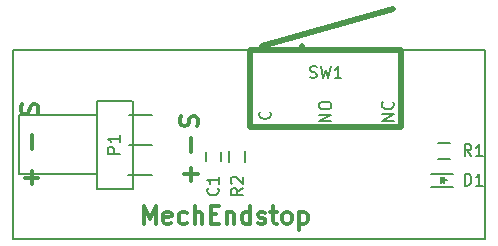
<source format=gto>
G04 #@! TF.FileFunction,Legend,Top*
%FSLAX46Y46*%
G04 Gerber Fmt 4.6, Leading zero omitted, Abs format (unit mm)*
G04 Created by KiCad (PCBNEW 4.0.2-stable) date 28/05/2016 23:34:47*
%MOMM*%
G01*
G04 APERTURE LIST*
%ADD10C,0.100000*%
%ADD11C,0.300000*%
%ADD12C,0.150000*%
%ADD13C,0.500000*%
%ADD14C,0.203200*%
G04 APERTURE END LIST*
D10*
D11*
X15107143Y4928572D02*
X15107143Y6071429D01*
X15678571Y5500000D02*
X14535714Y5500000D01*
X15107143Y7428572D02*
X15107143Y8571429D01*
X15607143Y9571429D02*
X15678571Y9785715D01*
X15678571Y10142858D01*
X15607143Y10285715D01*
X15535714Y10357144D01*
X15392857Y10428572D01*
X15250000Y10428572D01*
X15107143Y10357144D01*
X15035714Y10285715D01*
X14964286Y10142858D01*
X14892857Y9857144D01*
X14821429Y9714286D01*
X14750000Y9642858D01*
X14607143Y9571429D01*
X14464286Y9571429D01*
X14321429Y9642858D01*
X14250000Y9714286D01*
X14178571Y9857144D01*
X14178571Y10214286D01*
X14250000Y10428572D01*
X1607143Y4642858D02*
X1607143Y5785715D01*
X2178571Y5214286D02*
X1035714Y5214286D01*
X1607143Y7642858D02*
X1607143Y8785715D01*
X2107143Y10571429D02*
X2178571Y10785715D01*
X2178571Y11142858D01*
X2107143Y11285715D01*
X2035714Y11357144D01*
X1892857Y11428572D01*
X1750000Y11428572D01*
X1607143Y11357144D01*
X1535714Y11285715D01*
X1464286Y11142858D01*
X1392857Y10857144D01*
X1321429Y10714286D01*
X1250000Y10642858D01*
X1107143Y10571429D01*
X964286Y10571429D01*
X821429Y10642858D01*
X750000Y10714286D01*
X678571Y10857144D01*
X678571Y11214286D01*
X750000Y11428572D01*
X11107143Y1321429D02*
X11107143Y2821429D01*
X11607143Y1750000D01*
X12107143Y2821429D01*
X12107143Y1321429D01*
X13392857Y1392857D02*
X13250000Y1321429D01*
X12964286Y1321429D01*
X12821429Y1392857D01*
X12750000Y1535714D01*
X12750000Y2107143D01*
X12821429Y2250000D01*
X12964286Y2321429D01*
X13250000Y2321429D01*
X13392857Y2250000D01*
X13464286Y2107143D01*
X13464286Y1964286D01*
X12750000Y1821429D01*
X14750000Y1392857D02*
X14607143Y1321429D01*
X14321429Y1321429D01*
X14178571Y1392857D01*
X14107143Y1464286D01*
X14035714Y1607143D01*
X14035714Y2035714D01*
X14107143Y2178571D01*
X14178571Y2250000D01*
X14321429Y2321429D01*
X14607143Y2321429D01*
X14750000Y2250000D01*
X15392857Y1321429D02*
X15392857Y2821429D01*
X16035714Y1321429D02*
X16035714Y2107143D01*
X15964285Y2250000D01*
X15821428Y2321429D01*
X15607143Y2321429D01*
X15464285Y2250000D01*
X15392857Y2178571D01*
X16750000Y2107143D02*
X17250000Y2107143D01*
X17464286Y1321429D02*
X16750000Y1321429D01*
X16750000Y2821429D01*
X17464286Y2821429D01*
X18107143Y2321429D02*
X18107143Y1321429D01*
X18107143Y2178571D02*
X18178571Y2250000D01*
X18321429Y2321429D01*
X18535714Y2321429D01*
X18678571Y2250000D01*
X18750000Y2107143D01*
X18750000Y1321429D01*
X20107143Y1321429D02*
X20107143Y2821429D01*
X20107143Y1392857D02*
X19964286Y1321429D01*
X19678572Y1321429D01*
X19535714Y1392857D01*
X19464286Y1464286D01*
X19392857Y1607143D01*
X19392857Y2035714D01*
X19464286Y2178571D01*
X19535714Y2250000D01*
X19678572Y2321429D01*
X19964286Y2321429D01*
X20107143Y2250000D01*
X20750000Y1392857D02*
X20892857Y1321429D01*
X21178572Y1321429D01*
X21321429Y1392857D01*
X21392857Y1535714D01*
X21392857Y1607143D01*
X21321429Y1750000D01*
X21178572Y1821429D01*
X20964286Y1821429D01*
X20821429Y1892857D01*
X20750000Y2035714D01*
X20750000Y2107143D01*
X20821429Y2250000D01*
X20964286Y2321429D01*
X21178572Y2321429D01*
X21321429Y2250000D01*
X21821429Y2321429D02*
X22392858Y2321429D01*
X22035715Y2821429D02*
X22035715Y1535714D01*
X22107143Y1392857D01*
X22250001Y1321429D01*
X22392858Y1321429D01*
X23107144Y1321429D02*
X22964286Y1392857D01*
X22892858Y1464286D01*
X22821429Y1607143D01*
X22821429Y2035714D01*
X22892858Y2178571D01*
X22964286Y2250000D01*
X23107144Y2321429D01*
X23321429Y2321429D01*
X23464286Y2250000D01*
X23535715Y2178571D01*
X23607144Y2035714D01*
X23607144Y1607143D01*
X23535715Y1464286D01*
X23464286Y1392857D01*
X23321429Y1321429D01*
X23107144Y1321429D01*
X24250001Y2321429D02*
X24250001Y821429D01*
X24250001Y2250000D02*
X24392858Y2321429D01*
X24678572Y2321429D01*
X24821429Y2250000D01*
X24892858Y2178571D01*
X24964287Y2035714D01*
X24964287Y1607143D01*
X24892858Y1464286D01*
X24821429Y1392857D01*
X24678572Y1321429D01*
X24392858Y1321429D01*
X24250001Y1392857D01*
D12*
X0Y16000000D02*
X0Y0D01*
X40000000Y16000000D02*
X0Y16000000D01*
X40000000Y0D02*
X40000000Y16000000D01*
X0Y0D02*
X40000000Y0D01*
X17600000Y7350000D02*
X17600000Y6650000D01*
X16400000Y6650000D02*
X16400000Y7350000D01*
X35400000Y4450000D02*
X37300000Y4450000D01*
X35400000Y5550000D02*
X37300000Y5550000D01*
X36300000Y5000000D02*
X36750000Y5000000D01*
X36250000Y5250000D02*
X36250000Y4750000D01*
X36250000Y5000000D02*
X36500000Y5250000D01*
X36500000Y5250000D02*
X36500000Y4750000D01*
X36500000Y4750000D02*
X36250000Y5000000D01*
X37000000Y6825000D02*
X36000000Y6825000D01*
X36000000Y8175000D02*
X37000000Y8175000D01*
X19675000Y7500000D02*
X19675000Y6500000D01*
X18325000Y6500000D02*
X18325000Y7500000D01*
D13*
X21100000Y16400000D02*
X32200000Y19500000D01*
X24500000Y16000000D02*
X24500000Y16400000D01*
X20100000Y11000000D02*
X20100000Y9500000D01*
X20100000Y9500000D02*
X32900000Y9500000D01*
X32900000Y9500000D02*
X32900000Y11000000D01*
X20100000Y11000000D02*
X20100000Y16000000D01*
X20100000Y16000000D02*
X32900000Y16000000D01*
X32900000Y16000000D02*
X32900000Y11000000D01*
D14*
X500000Y10500000D02*
X7100000Y10500000D01*
X500000Y5500000D02*
X7100000Y5500000D01*
X10193400Y4266200D02*
X10193400Y11733800D01*
X7121600Y4266200D02*
X7121600Y11733800D01*
X495200Y5536200D02*
X495200Y10463800D01*
X11800000Y5460000D02*
X9768000Y5460000D01*
X11800000Y10519680D02*
X9801020Y10519680D01*
X11800000Y8020320D02*
X9801020Y8020320D01*
X10101020Y11731260D02*
X7098740Y11731260D01*
X7198740Y4268740D02*
X10201020Y4268740D01*
D12*
X17357143Y4333334D02*
X17404762Y4285715D01*
X17452381Y4142858D01*
X17452381Y4047620D01*
X17404762Y3904762D01*
X17309524Y3809524D01*
X17214286Y3761905D01*
X17023810Y3714286D01*
X16880952Y3714286D01*
X16690476Y3761905D01*
X16595238Y3809524D01*
X16500000Y3904762D01*
X16452381Y4047620D01*
X16452381Y4142858D01*
X16500000Y4285715D01*
X16547619Y4333334D01*
X17452381Y5285715D02*
X17452381Y4714286D01*
X17452381Y5000000D02*
X16452381Y5000000D01*
X16595238Y4904762D01*
X16690476Y4809524D01*
X16738095Y4714286D01*
X38261905Y4547619D02*
X38261905Y5547619D01*
X38500000Y5547619D01*
X38642858Y5500000D01*
X38738096Y5404762D01*
X38785715Y5309524D01*
X38833334Y5119048D01*
X38833334Y4976190D01*
X38785715Y4785714D01*
X38738096Y4690476D01*
X38642858Y4595238D01*
X38500000Y4547619D01*
X38261905Y4547619D01*
X39785715Y4547619D02*
X39214286Y4547619D01*
X39500000Y4547619D02*
X39500000Y5547619D01*
X39404762Y5404762D01*
X39309524Y5309524D01*
X39214286Y5261905D01*
X38833334Y7047619D02*
X38500000Y7523810D01*
X38261905Y7047619D02*
X38261905Y8047619D01*
X38642858Y8047619D01*
X38738096Y8000000D01*
X38785715Y7952381D01*
X38833334Y7857143D01*
X38833334Y7714286D01*
X38785715Y7619048D01*
X38738096Y7571429D01*
X38642858Y7523810D01*
X38261905Y7523810D01*
X39785715Y7047619D02*
X39214286Y7047619D01*
X39500000Y7047619D02*
X39500000Y8047619D01*
X39404762Y7904762D01*
X39309524Y7809524D01*
X39214286Y7761905D01*
X19452381Y4333334D02*
X18976190Y4000000D01*
X19452381Y3761905D02*
X18452381Y3761905D01*
X18452381Y4142858D01*
X18500000Y4238096D01*
X18547619Y4285715D01*
X18642857Y4333334D01*
X18785714Y4333334D01*
X18880952Y4285715D01*
X18928571Y4238096D01*
X18976190Y4142858D01*
X18976190Y3761905D01*
X18547619Y4714286D02*
X18500000Y4761905D01*
X18452381Y4857143D01*
X18452381Y5095239D01*
X18500000Y5190477D01*
X18547619Y5238096D01*
X18642857Y5285715D01*
X18738095Y5285715D01*
X18880952Y5238096D01*
X19452381Y4666667D01*
X19452381Y5285715D01*
X25166667Y13695238D02*
X25309524Y13647619D01*
X25547620Y13647619D01*
X25642858Y13695238D01*
X25690477Y13742857D01*
X25738096Y13838095D01*
X25738096Y13933333D01*
X25690477Y14028571D01*
X25642858Y14076190D01*
X25547620Y14123810D01*
X25357143Y14171429D01*
X25261905Y14219048D01*
X25214286Y14266667D01*
X25166667Y14361905D01*
X25166667Y14457143D01*
X25214286Y14552381D01*
X25261905Y14600000D01*
X25357143Y14647619D01*
X25595239Y14647619D01*
X25738096Y14600000D01*
X26071429Y14647619D02*
X26309524Y13647619D01*
X26500001Y14361905D01*
X26690477Y13647619D01*
X26928572Y14647619D01*
X27833334Y13647619D02*
X27261905Y13647619D01*
X27547619Y13647619D02*
X27547619Y14647619D01*
X27452381Y14504762D01*
X27357143Y14409524D01*
X27261905Y14361905D01*
X32252381Y10014286D02*
X31252381Y10014286D01*
X32252381Y10585715D01*
X31252381Y10585715D01*
X32157143Y11633334D02*
X32204762Y11585715D01*
X32252381Y11442858D01*
X32252381Y11347620D01*
X32204762Y11204762D01*
X32109524Y11109524D01*
X32014286Y11061905D01*
X31823810Y11014286D01*
X31680952Y11014286D01*
X31490476Y11061905D01*
X31395238Y11109524D01*
X31300000Y11204762D01*
X31252381Y11347620D01*
X31252381Y11442858D01*
X31300000Y11585715D01*
X31347619Y11633334D01*
X26952381Y9990476D02*
X25952381Y9990476D01*
X26952381Y10561905D01*
X25952381Y10561905D01*
X25952381Y11228571D02*
X25952381Y11419048D01*
X26000000Y11514286D01*
X26095238Y11609524D01*
X26285714Y11657143D01*
X26619048Y11657143D01*
X26809524Y11609524D01*
X26904762Y11514286D01*
X26952381Y11419048D01*
X26952381Y11228571D01*
X26904762Y11133333D01*
X26809524Y11038095D01*
X26619048Y10990476D01*
X26285714Y10990476D01*
X26095238Y11038095D01*
X26000000Y11133333D01*
X25952381Y11228571D01*
X21757143Y10809524D02*
X21804762Y10761905D01*
X21852381Y10619048D01*
X21852381Y10523810D01*
X21804762Y10380952D01*
X21709524Y10285714D01*
X21614286Y10238095D01*
X21423810Y10190476D01*
X21280952Y10190476D01*
X21090476Y10238095D01*
X20995238Y10285714D01*
X20900000Y10380952D01*
X20852381Y10523810D01*
X20852381Y10619048D01*
X20900000Y10761905D01*
X20947619Y10809524D01*
D14*
X9059619Y7250096D02*
X8043619Y7250096D01*
X8043619Y7637143D01*
X8092000Y7733905D01*
X8140381Y7782286D01*
X8237143Y7830667D01*
X8382286Y7830667D01*
X8479048Y7782286D01*
X8527429Y7733905D01*
X8575810Y7637143D01*
X8575810Y7250096D01*
X9059619Y8798286D02*
X9059619Y8217715D01*
X9059619Y8508001D02*
X8043619Y8508001D01*
X8188762Y8411239D01*
X8285524Y8314477D01*
X8333905Y8217715D01*
M02*

</source>
